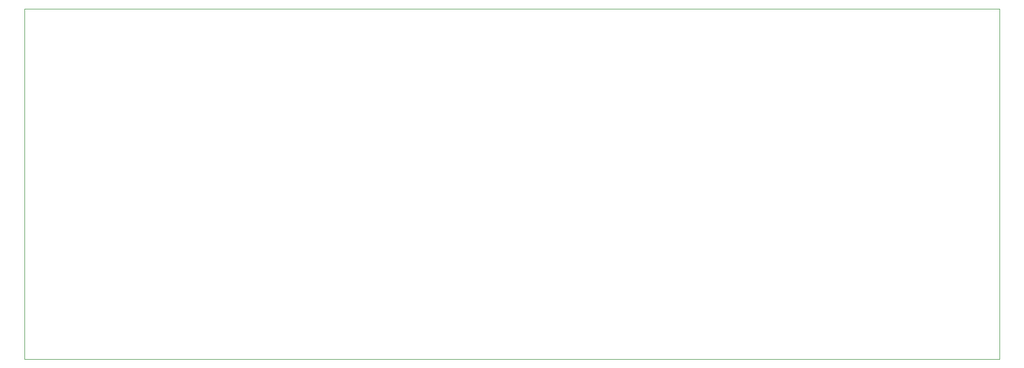
<source format=gm1>
G04 #@! TF.GenerationSoftware,KiCad,Pcbnew,8.0.6*
G04 #@! TF.CreationDate,2025-06-16T17:53:41-06:00*
G04 #@! TF.ProjectId,GuitarAmplifier,47756974-6172-4416-9d70-6c6966696572,0*
G04 #@! TF.SameCoordinates,Original*
G04 #@! TF.FileFunction,Profile,NP*
%FSLAX46Y46*%
G04 Gerber Fmt 4.6, Leading zero omitted, Abs format (unit mm)*
G04 Created by KiCad (PCBNEW 8.0.6) date 2025-06-16 17:53:41*
%MOMM*%
%LPD*%
G01*
G04 APERTURE LIST*
G04 #@! TA.AperFunction,Profile*
%ADD10C,0.050000*%
G04 #@! TD*
G04 APERTURE END LIST*
D10*
X100500000Y-112500000D02*
X259000000Y-112500000D01*
X259000000Y-169500000D01*
X100500000Y-169500000D01*
X100500000Y-112500000D01*
M02*

</source>
